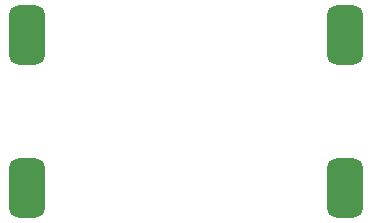
<source format=gbr>
%TF.GenerationSoftware,KiCad,Pcbnew,7.0.2*%
%TF.CreationDate,2023-09-15T09:46:50+02:00*%
%TF.ProjectId,opendaq_carrier_1.0,6f70656e-6461-4715-9f63-617272696572,rev?*%
%TF.SameCoordinates,Original*%
%TF.FileFunction,Paste,Top*%
%TF.FilePolarity,Positive*%
%FSLAX46Y46*%
G04 Gerber Fmt 4.6, Leading zero omitted, Abs format (unit mm)*
G04 Created by KiCad (PCBNEW 7.0.2) date 2023-09-15 09:46:50*
%MOMM*%
%LPD*%
G01*
G04 APERTURE LIST*
G04 Aperture macros list*
%AMRoundRect*
0 Rectangle with rounded corners*
0 $1 Rounding radius*
0 $2 $3 $4 $5 $6 $7 $8 $9 X,Y pos of 4 corners*
0 Add a 4 corners polygon primitive as box body*
4,1,4,$2,$3,$4,$5,$6,$7,$8,$9,$2,$3,0*
0 Add four circle primitives for the rounded corners*
1,1,$1+$1,$2,$3*
1,1,$1+$1,$4,$5*
1,1,$1+$1,$6,$7*
1,1,$1+$1,$8,$9*
0 Add four rect primitives between the rounded corners*
20,1,$1+$1,$2,$3,$4,$5,0*
20,1,$1+$1,$4,$5,$6,$7,0*
20,1,$1+$1,$6,$7,$8,$9,0*
20,1,$1+$1,$8,$9,$2,$3,0*%
G04 Aperture macros list end*
%ADD10RoundRect,0.750000X-0.750000X-1.750000X0.750000X-1.750000X0.750000X1.750000X-0.750000X1.750000X0*%
G04 APERTURE END LIST*
D10*
%TO.C,U3*%
X102500000Y-96000000D03*
X102500000Y-109000000D03*
X129500000Y-109000000D03*
X129500000Y-96000000D03*
%TD*%
M02*

</source>
